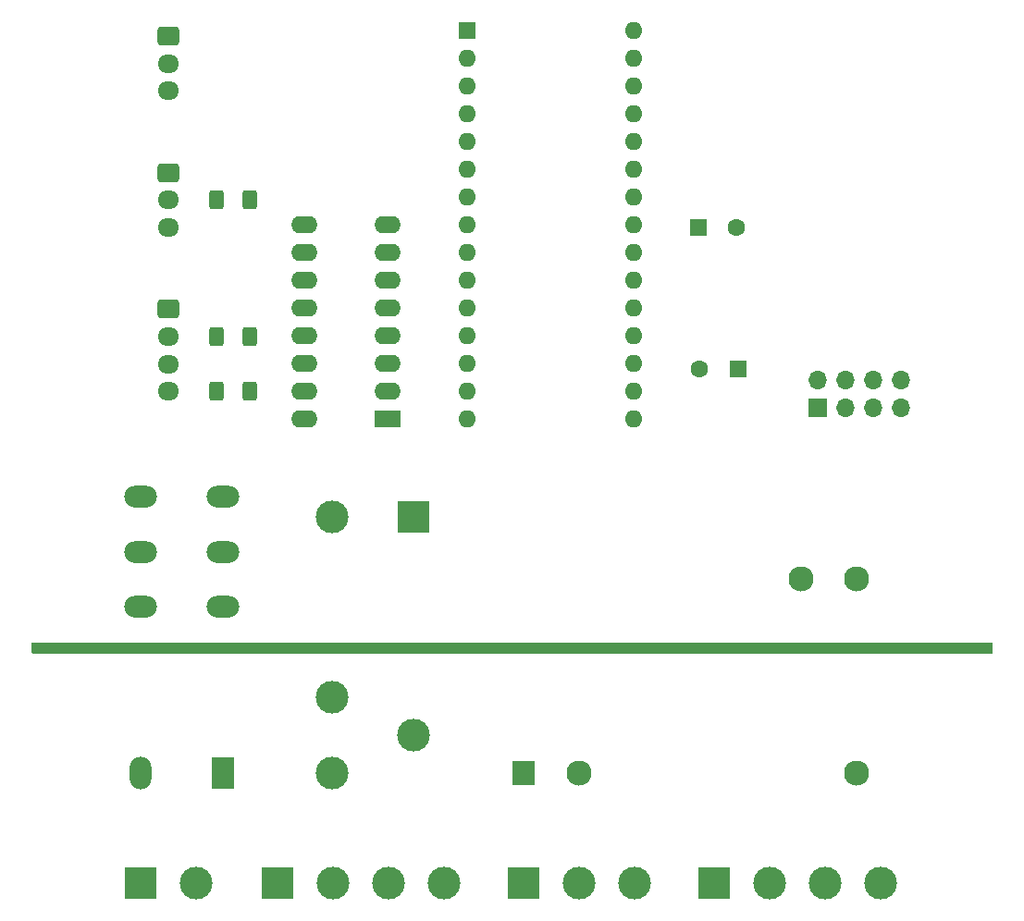
<source format=gbr>
%TF.GenerationSoftware,KiCad,Pcbnew,6.0.5*%
%TF.CreationDate,2022-07-08T15:37:51+02:00*%
%TF.ProjectId,pool_heater,706f6f6c-5f68-4656-9174-65722e6b6963,rev?*%
%TF.SameCoordinates,Original*%
%TF.FileFunction,Soldermask,Bot*%
%TF.FilePolarity,Negative*%
%FSLAX46Y46*%
G04 Gerber Fmt 4.6, Leading zero omitted, Abs format (unit mm)*
G04 Created by KiCad (PCBNEW 6.0.5) date 2022-07-08 15:37:51*
%MOMM*%
%LPD*%
G01*
G04 APERTURE LIST*
G04 Aperture macros list*
%AMRoundRect*
0 Rectangle with rounded corners*
0 $1 Rounding radius*
0 $2 $3 $4 $5 $6 $7 $8 $9 X,Y pos of 4 corners*
0 Add a 4 corners polygon primitive as box body*
4,1,4,$2,$3,$4,$5,$6,$7,$8,$9,$2,$3,0*
0 Add four circle primitives for the rounded corners*
1,1,$1+$1,$2,$3*
1,1,$1+$1,$4,$5*
1,1,$1+$1,$6,$7*
1,1,$1+$1,$8,$9*
0 Add four rect primitives between the rounded corners*
20,1,$1+$1,$2,$3,$4,$5,0*
20,1,$1+$1,$4,$5,$6,$7,0*
20,1,$1+$1,$6,$7,$8,$9,0*
20,1,$1+$1,$8,$9,$2,$3,0*%
G04 Aperture macros list end*
%ADD10R,3.000000X3.000000*%
%ADD11C,3.000000*%
%ADD12R,2.400000X1.600000*%
%ADD13O,2.400000X1.600000*%
%ADD14O,3.000000X2.000000*%
%ADD15R,2.000000X3.000000*%
%ADD16O,2.000000X3.000000*%
%ADD17RoundRect,0.250000X-0.725000X0.600000X-0.725000X-0.600000X0.725000X-0.600000X0.725000X0.600000X0*%
%ADD18O,1.950000X1.700000*%
%ADD19R,1.600000X1.600000*%
%ADD20C,1.600000*%
%ADD21R,1.700000X1.700000*%
%ADD22O,1.700000X1.700000*%
%ADD23O,1.600000X1.600000*%
%ADD24R,2.000000X2.300000*%
%ADD25C,2.300000*%
%ADD26RoundRect,0.250000X0.400000X0.625000X-0.400000X0.625000X-0.400000X-0.625000X0.400000X-0.625000X0*%
G04 APERTURE END LIST*
D10*
%TO.C,J1*%
X31000000Y-105000000D03*
D11*
X36080000Y-105000000D03*
%TD*%
D12*
%TO.C,U1*%
X53620000Y-62500000D03*
D13*
X53620000Y-59960000D03*
X53620000Y-57420000D03*
X53620000Y-54880000D03*
X53620000Y-52340000D03*
X53620000Y-49800000D03*
X53620000Y-47260000D03*
X53620000Y-44720000D03*
X46000000Y-44720000D03*
X46000000Y-47260000D03*
X46000000Y-49800000D03*
X46000000Y-52340000D03*
X46000000Y-54880000D03*
X46000000Y-57420000D03*
X46000000Y-59960000D03*
X46000000Y-62500000D03*
%TD*%
D11*
%TO.C,K2*%
X56000000Y-91500000D03*
X48500000Y-88000000D03*
X48500000Y-95000000D03*
D10*
X56000000Y-71500000D03*
D11*
X48500000Y-71500000D03*
%TD*%
D14*
%TO.C,K1*%
X31000000Y-74700000D03*
X38500000Y-74700000D03*
X38500000Y-79740000D03*
X31000000Y-79740000D03*
X31000000Y-69660000D03*
X38500000Y-69660000D03*
D15*
X38500000Y-95000000D03*
D16*
X31000000Y-95000000D03*
%TD*%
D17*
%TO.C,J7*%
X33500000Y-52500000D03*
D18*
X33500000Y-55000000D03*
X33500000Y-57500000D03*
X33500000Y-60000000D03*
%TD*%
D17*
%TO.C,J6*%
X33500000Y-40000000D03*
D18*
X33500000Y-42500000D03*
X33500000Y-45000000D03*
%TD*%
D10*
%TO.C,J2*%
X43500000Y-105000000D03*
D11*
X48580000Y-105000000D03*
X53660000Y-105000000D03*
X58740000Y-105000000D03*
%TD*%
D17*
%TO.C,J5*%
X33500000Y-27500000D03*
D18*
X33500000Y-30000000D03*
X33500000Y-32500000D03*
%TD*%
D19*
%TO.C,C1*%
X85652651Y-58000000D03*
D20*
X82152651Y-58000000D03*
%TD*%
D10*
%TO.C,J4*%
X83500000Y-105000000D03*
D11*
X88580000Y-105000000D03*
X93660000Y-105000000D03*
X98740000Y-105000000D03*
%TD*%
D21*
%TO.C,U2*%
X93000000Y-61540000D03*
D22*
X93000000Y-59000000D03*
X95540000Y-61540000D03*
X95540000Y-59000000D03*
X98080000Y-61540000D03*
X98080000Y-59000000D03*
X100620000Y-61540000D03*
X100620000Y-59000000D03*
%TD*%
D19*
%TO.C,A1*%
X60890000Y-26940000D03*
D23*
X60890000Y-29480000D03*
X60890000Y-32020000D03*
X60890000Y-34560000D03*
X60890000Y-37100000D03*
X60890000Y-39640000D03*
X60890000Y-42180000D03*
X60890000Y-44720000D03*
X60890000Y-47260000D03*
X60890000Y-49800000D03*
X60890000Y-52340000D03*
X60890000Y-54880000D03*
X60890000Y-57420000D03*
X60890000Y-59960000D03*
X60890000Y-62500000D03*
X76130000Y-62500000D03*
X76130000Y-59960000D03*
X76130000Y-57420000D03*
X76130000Y-54880000D03*
X76130000Y-52340000D03*
X76130000Y-49800000D03*
X76130000Y-47260000D03*
X76130000Y-44720000D03*
X76130000Y-42180000D03*
X76130000Y-39640000D03*
X76130000Y-37100000D03*
X76130000Y-34560000D03*
X76130000Y-32020000D03*
X76130000Y-29480000D03*
X76130000Y-26940000D03*
%TD*%
D24*
%TO.C,PS1*%
X66000000Y-95000000D03*
D25*
X71080000Y-95000000D03*
X96480000Y-95000000D03*
X96480000Y-77220000D03*
X91400000Y-77220000D03*
%TD*%
D10*
%TO.C,J3*%
X66000000Y-105000000D03*
D11*
X71080000Y-105000000D03*
X76160000Y-105000000D03*
%TD*%
D19*
%TO.C,C2*%
X82000000Y-45000000D03*
D20*
X85500000Y-45000000D03*
%TD*%
D26*
%TO.C,R1*%
X41000000Y-42500000D03*
X37900000Y-42500000D03*
%TD*%
%TO.C,R4*%
X41000000Y-55000000D03*
X37900000Y-55000000D03*
%TD*%
%TO.C,R6*%
X41000000Y-60000000D03*
X37900000Y-60000000D03*
%TD*%
G36*
X108942121Y-83020002D02*
G01*
X108988614Y-83073658D01*
X109000000Y-83126000D01*
X109000000Y-83874000D01*
X108979998Y-83942121D01*
X108926342Y-83988614D01*
X108874000Y-84000000D01*
X21126000Y-84000000D01*
X21057879Y-83979998D01*
X21011386Y-83926342D01*
X21000000Y-83874000D01*
X21000000Y-83126000D01*
X21020002Y-83057879D01*
X21073658Y-83011386D01*
X21126000Y-83000000D01*
X108874000Y-83000000D01*
X108942121Y-83020002D01*
G37*
M02*

</source>
